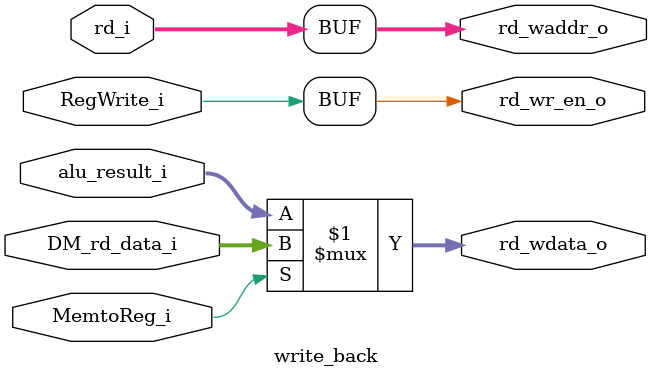
<source format=v>
module write_back (
    //from MEM

    input  wire        [  31:0]         DM_rd_data_i               ,
    input  wire        [  31:0]         alu_result_i               ,//calculate
    //WB ctrl
    input  wire                         RegWrite_i                 ,
    input  wire                         MemtoReg_i                 ,
    input  wire        [   4:0]         rd_i                       ,

    output wire        [  31:0]         rd_wdata_o                 ,
    output wire                         rd_wr_en_o                 ,
    output wire        [   4:0]         rd_waddr_o                  
);
    
assign rd_wdata_o = (MemtoReg_i)? DM_rd_data_i:alu_result_i;
assign rd_wr_en_o = RegWrite_i;
assign rd_waddr_o = rd_i;
endmodule
</source>
